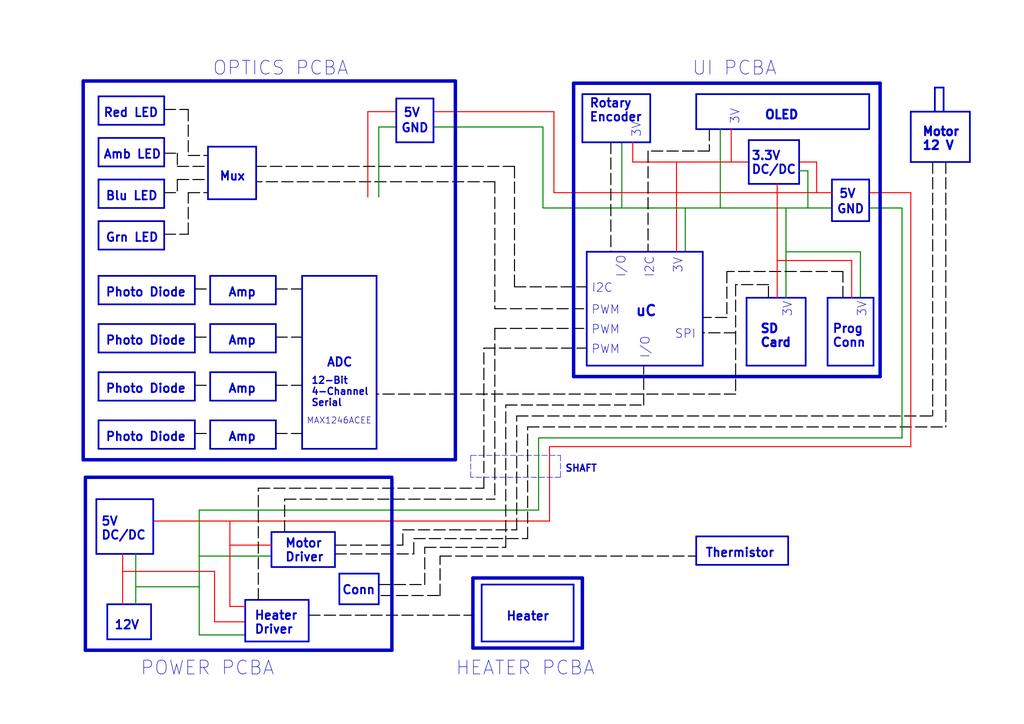
<source format=kicad_sch>
(kicad_sch
	(version 20231120)
	(generator "eeschema")
	(generator_version "8.0")
	(uuid "206eec51-5bec-4319-8668-c4b8c98b19c1")
	(paper "A4")
	(lib_symbols)
	(polyline
		(pts
			(xy 98.425 175.26) (xy 98.425 166.37)
		)
		(stroke
			(width 0.5)
			(type solid)
		)
		(uuid "017da3b6-81a3-42c0-8c63-d11a7b7dc32e")
	)
	(polyline
		(pts
			(xy 60.96 80.01) (xy 60.96 88.265)
		)
		(stroke
			(width 0.5)
			(type solid)
		)
		(uuid "02e43c6a-2855-4572-a8b4-d26ed50a72d6")
	)
	(polyline
		(pts
			(xy 27.94 160.655) (xy 44.45 160.655)
		)
		(stroke
			(width 0.5)
			(type solid)
		)
		(uuid "04f93285-21d6-4ba1-b795-c0b97bed2b6f")
	)
	(polyline
		(pts
			(xy 170.18 73.025) (xy 203.835 73.025)
		)
		(stroke
			(width 0.5)
			(type solid)
		)
		(uuid "08b441d9-0c85-42f1-97e0-89f7fa6d89c3")
	)
	(polyline
		(pts
			(xy 66.675 175.895) (xy 71.12 175.895)
		)
		(stroke
			(width 0.3)
			(type solid)
			(color 255 0 0 1)
		)
		(uuid "090e0038-be81-48e1-b8ce-d30b1d849003")
	)
	(polyline
		(pts
			(xy 51.435 48.26) (xy 60.325 48.26)
		)
		(stroke
			(width 0.3)
			(type dash)
			(color 0 0 0 1)
		)
		(uuid "094edec0-8df5-4b77-8d67-4120da78f3e6")
	)
	(polyline
		(pts
			(xy 208.915 37.465) (xy 208.915 60.325)
		)
		(stroke
			(width 0.3)
			(type solid)
			(color 0 132 0 1)
		)
		(uuid "09cf3431-ea85-4995-8683-7fb8e85674b9")
	)
	(polyline
		(pts
			(xy 31.115 175.26) (xy 31.115 185.42)
		)
		(stroke
			(width 0.5)
			(type solid)
		)
		(uuid "0bac1d0a-20f1-42c6-9f2d-ae9f7a19b974")
	)
	(polyline
		(pts
			(xy 166.37 24.13) (xy 166.37 109.22)
		)
		(stroke
			(width 1)
			(type solid)
		)
		(uuid "0bbccb80-be97-4c42-bd6c-6f630e9e42a9")
	)
	(polyline
		(pts
			(xy 140.335 100.965) (xy 170.18 100.965)
		)
		(stroke
			(width 0.3)
			(type dash)
			(color 0 0 0 1)
		)
		(uuid "0ce1b266-9211-4ab4-9c62-07da2be3dc43")
	)
	(polyline
		(pts
			(xy 146.685 158.75) (xy 146.685 117.475)
		)
		(stroke
			(width 0.3)
			(type dash)
			(color 0 0 0 1)
		)
		(uuid "0d41e594-d8e8-4e35-bd6d-5726cca4168e")
	)
	(polyline
		(pts
			(xy 233.68 106.045) (xy 216.535 106.045)
		)
		(stroke
			(width 0.5)
			(type solid)
		)
		(uuid "0e226f87-a0c1-4000-9bcb-9c956f18e05a")
	)
	(polyline
		(pts
			(xy 159.385 129.54) (xy 159.385 151.13)
		)
		(stroke
			(width 0.3)
			(type solid)
			(color 255 0 0 1)
		)
		(uuid "0edab9d9-0386-4bdf-be66-e062a7305506")
	)
	(polyline
		(pts
			(xy 60.96 107.95) (xy 60.96 116.205)
		)
		(stroke
			(width 0.5)
			(type solid)
		)
		(uuid "0f2f978e-cd13-42a7-9cbb-b2c8893bcc02")
	)
	(polyline
		(pts
			(xy 62.23 165.735) (xy 62.23 180.34)
		)
		(stroke
			(width 0.3)
			(type solid)
			(color 255 0 0 1)
		)
		(uuid "1033726f-af71-4f46-9282-cd633b0b05b0")
	)
	(polyline
		(pts
			(xy 127.635 172.72) (xy 127.635 161.29)
		)
		(stroke
			(width 0.3)
			(type dash)
			(color 0 0 0 1)
		)
		(uuid "10cc9103-adf4-4ef6-9c9c-ba385db2070e")
	)
	(polyline
		(pts
			(xy 123.19 158.75) (xy 146.685 158.75)
		)
		(stroke
			(width 0.3)
			(type dash)
			(color 0 0 0 1)
		)
		(uuid "11ea928a-1b5b-471b-b748-8672a47308ea")
	)
	(polyline
		(pts
			(xy 203.835 106.045) (xy 203.835 73.025)
		)
		(stroke
			(width 0.5)
			(type solid)
		)
		(uuid "131091c3-56d1-453a-9d3a-f0e70a92caf6")
	)
	(polyline
		(pts
			(xy 60.96 107.95) (xy 80.01 107.95)
		)
		(stroke
			(width 0.5)
			(type solid)
		)
		(uuid "1335e085-9929-4c2a-bce9-81331398acfe")
	)
	(polyline
		(pts
			(xy 149.225 83.185) (xy 170.18 83.185)
		)
		(stroke
			(width 0.3)
			(type dash)
			(color 0 0 0 1)
		)
		(uuid "137cc3f7-9a3f-4c46-b110-45272e82bba2")
	)
	(polyline
		(pts
			(xy 255.27 24.13) (xy 166.37 24.13)
		)
		(stroke
			(width 1)
			(type solid)
		)
		(uuid "13d8277c-55e8-43d8-8d4e-a2f396466437")
	)
	(polyline
		(pts
			(xy 149.86 120.65) (xy 270.51 120.65)
		)
		(stroke
			(width 0.3)
			(type dash)
			(color 0 0 0 1)
		)
		(uuid "15d999d8-4c16-4d73-b6b2-4f614eb78e17")
	)
	(polyline
		(pts
			(xy 216.535 86.36) (xy 233.68 86.36)
		)
		(stroke
			(width 0.5)
			(type solid)
		)
		(uuid "1686c2a6-9924-49cf-b182-fa049ba7f8f1")
	)
	(polyline
		(pts
			(xy 56.515 111.76) (xy 60.96 111.76)
		)
		(stroke
			(width 0.3)
			(type dash)
			(color 0 0 0 1)
		)
		(uuid "1b128627-f39e-4be4-a3ae-cc0dc02c4921")
	)
	(polyline
		(pts
			(xy 28.575 40.005) (xy 28.575 48.26)
		)
		(stroke
			(width 0.5)
			(type solid)
		)
		(uuid "1b3ca6ac-0aa7-4f92-bcbf-da950a82259b")
	)
	(polyline
		(pts
			(xy 188.595 41.275) (xy 168.91 41.275)
		)
		(stroke
			(width 0.5)
			(type solid)
		)
		(uuid "1b9361c0-eb49-4fdb-99c8-743af09d5f26")
	)
	(polyline
		(pts
			(xy 186.69 117.475) (xy 186.69 106.045)
		)
		(stroke
			(width 0.3)
			(type dash)
			(color 0 0 0 1)
		)
		(uuid "1d0388a8-8436-4edc-894f-0662b64da0e8")
	)
	(polyline
		(pts
			(xy 24.765 188.595) (xy 24.765 139.065)
		)
		(stroke
			(width 1)
			(type solid)
		)
		(uuid "1d4f8355-09fd-4828-81e6-80e9f1f6308e")
	)
	(polyline
		(pts
			(xy 47.625 55.88) (xy 51.435 55.88)
		)
		(stroke
			(width 0.3)
			(type dash)
			(color 0 0 0 1)
		)
		(uuid "1e3d5377-e7d5-40f3-8754-fad9fdd55f0a")
	)
	(polyline
		(pts
			(xy 39.37 170.18) (xy 57.785 170.18)
		)
		(stroke
			(width 0.3)
			(type solid)
			(color 0 132 0 1)
		)
		(uuid "1ea379cb-f159-47a7-892b-96ef96cea7ed")
	)
	(polyline
		(pts
			(xy 213.36 96.52) (xy 203.835 96.52)
		)
		(stroke
			(width 0.3)
			(type dash)
			(color 0 0 0 1)
		)
		(uuid "1f0ba860-1d64-42ea-bb6b-7a8eb63901ae")
	)
	(polyline
		(pts
			(xy 201.93 37.465) (xy 252.095 37.465)
		)
		(stroke
			(width 0.5)
			(type solid)
		)
		(uuid "1f2f4a21-40fe-438d-b12b-19dc0bc91500")
	)
	(polyline
		(pts
			(xy 231.775 53.34) (xy 217.17 53.34)
		)
		(stroke
			(width 0.5)
			(type solid)
		)
		(uuid "209ba1c4-8449-4ce2-a7c5-8100c6e84da0")
	)
	(polyline
		(pts
			(xy 137.16 167.64) (xy 168.91 167.64)
		)
		(stroke
			(width 1)
			(type solid)
		)
		(uuid "2104690e-6344-4801-80b3-b6e412d9a17e")
	)
	(polyline
		(pts
			(xy 247.015 75.565) (xy 247.015 86.36)
		)
		(stroke
			(width 0.3)
			(type solid)
			(color 255 0 0 1)
		)
		(uuid "211ea368-11b5-4dd5-a78f-06ca803900cf")
	)
	(polyline
		(pts
			(xy 28.575 40.005) (xy 47.625 40.005)
		)
		(stroke
			(width 0.5)
			(type solid)
		)
		(uuid "22739225-596b-4f4a-a1cd-0a401f647d66")
	)
	(polyline
		(pts
			(xy 255.27 109.22) (xy 255.27 24.13)
		)
		(stroke
			(width 1)
			(type solid)
		)
		(uuid "250e26ef-8427-42ae-a248-681462176b35")
	)
	(polyline
		(pts
			(xy 281.305 46.99) (xy 281.305 32.385)
		)
		(stroke
			(width 0.5)
			(type solid)
			(color 0 0 194 1)
		)
		(uuid "252e3fe7-fc34-4eaa-9e3d-0a84de586117")
	)
	(polyline
		(pts
			(xy 109.855 175.26) (xy 98.425 175.26)
		)
		(stroke
			(width 0.5)
			(type solid)
		)
		(uuid "25d4d497-cd2c-4a8a-8928-1e3d2e9bb9ef")
	)
	(polyline
		(pts
			(xy 216.535 106.045) (xy 216.535 86.36)
		)
		(stroke
			(width 0.5)
			(type solid)
		)
		(uuid "282067aa-84cf-45a8-a42b-599bb0511cf3")
	)
	(polyline
		(pts
			(xy 261.62 60.325) (xy 261.62 127)
		)
		(stroke
			(width 0.3)
			(type solid)
			(color 0 132 0 1)
		)
		(uuid "28c9eb4a-d6ec-4c30-ac41-97fe162fac44")
	)
	(polyline
		(pts
			(xy 162.56 138.43) (xy 136.525 138.43)
		)
		(stroke
			(width 0)
			(type dash)
		)
		(uuid "2be38e11-ba34-4860-b867-8cc652017ff2")
	)
	(polyline
		(pts
			(xy 225.425 75.565) (xy 247.015 75.565)
		)
		(stroke
			(width 0.3)
			(type solid)
			(color 255 0 0 1)
		)
		(uuid "2c15b37f-37e2-473e-a2b7-69950abbfc36")
	)
	(polyline
		(pts
			(xy 166.37 109.22) (xy 255.27 109.22)
		)
		(stroke
			(width 1)
			(type solid)
		)
		(uuid "2c6f800b-e95a-4bf6-9f94-a049e1903888")
	)
	(polyline
		(pts
			(xy 225.425 53.34) (xy 225.425 86.36)
		)
		(stroke
			(width 0.3)
			(type solid)
			(color 255 0 0 1)
		)
		(uuid "2cd0aa62-00bb-4fb8-a6c8-e62335e038ee")
	)
	(polyline
		(pts
			(xy 116.84 158.115) (xy 116.84 153.67)
		)
		(stroke
			(width 0.3)
			(type dash)
			(color 0 0 0 1)
		)
		(uuid "2d3c8fbd-2ea0-441a-8033-0ee96575d48e")
	)
	(polyline
		(pts
			(xy 210.82 92.075) (xy 203.835 92.075)
		)
		(stroke
			(width 0.3)
			(type dash)
			(color 0 0 0 1)
		)
		(uuid "2e87386f-06bb-42da-aeb6-87446776fd1d")
	)
	(polyline
		(pts
			(xy 80.01 125.73) (xy 87.63 125.73)
		)
		(stroke
			(width 0.3)
			(type dash)
			(color 0 0 0 1)
		)
		(uuid "2eae8403-b9e5-4471-84b9-b00525476890")
	)
	(polyline
		(pts
			(xy 44.45 144.78) (xy 44.45 160.655)
		)
		(stroke
			(width 0.5)
			(type solid)
		)
		(uuid "2efb681c-89d3-410e-b8f9-f78c5766e53a")
	)
	(polyline
		(pts
			(xy 87.63 80.01) (xy 109.22 80.01)
		)
		(stroke
			(width 0.5)
			(type solid)
		)
		(uuid "3004ff1d-3243-4b8c-9b3f-31272c18d196")
	)
	(polyline
		(pts
			(xy 139.7 169.545) (xy 166.37 169.545)
		)
		(stroke
			(width 0.5)
			(type solid)
		)
		(uuid "30a5e45b-71e0-4a8d-b110-1c3a348e005e")
	)
	(polyline
		(pts
			(xy 39.37 160.655) (xy 39.37 175.26)
		)
		(stroke
			(width 0.3)
			(type solid)
			(color 0 132 0 1)
		)
		(uuid "3128dad5-1f2d-495f-a47d-775de41162cf")
	)
	(polyline
		(pts
			(xy 273.685 25.4) (xy 271.145 25.4)
		)
		(stroke
			(width 0.5)
			(type solid)
			(color 0 0 194 1)
		)
		(uuid "31ecfb50-7d0d-4f5d-9684-37105bb4c648")
	)
	(polyline
		(pts
			(xy 205.74 37.465) (xy 205.74 43.815)
		)
		(stroke
			(width 0.3)
			(type dash)
			(color 0 0 0 1)
		)
		(uuid "32105ddc-78ae-4f79-86c6-c5d09172f0f2")
	)
	(polyline
		(pts
			(xy 109.855 36.83) (xy 114.935 36.83)
		)
		(stroke
			(width 0.3)
			(type solid)
			(color 0 132 0 1)
		)
		(uuid "32a3bf61-2218-4261-ad46-74d25f54e26c")
	)
	(polyline
		(pts
			(xy 39.37 175.26) (xy 39.37 175.26)
		)
		(stroke
			(width 0.3)
			(type solid)
			(color 0 132 0 1)
		)
		(uuid "3355709a-467e-4a6f-b5da-1efaec7720c4")
	)
	(polyline
		(pts
			(xy 60.96 93.98) (xy 60.96 102.235)
		)
		(stroke
			(width 0.5)
			(type solid)
		)
		(uuid "34da741b-c41b-4d39-b638-f5448db2603b")
	)
	(polyline
		(pts
			(xy 139.7 176.53) (xy 139.7 177.165)
		)
		(stroke
			(width 0)
			(type dash)
		)
		(uuid "36666704-a0f9-4ac4-aaa0-c37cf6727bcc")
	)
	(polyline
		(pts
			(xy 157.48 60.325) (xy 241.3 60.325)
		)
		(stroke
			(width 0.3)
			(type solid)
			(color 0 132 0 1)
		)
		(uuid "3870edc0-d91d-4e09-acd4-a35d4e7935b7")
	)
	(polyline
		(pts
			(xy 252.095 64.135) (xy 252.095 52.07)
		)
		(stroke
			(width 0.5)
			(type solid)
			(color 0 0 194 1)
		)
		(uuid "387e88d5-12f7-4406-9187-6916bec744b1")
	)
	(polyline
		(pts
			(xy 123.19 169.545) (xy 123.19 158.75)
		)
		(stroke
			(width 0.3)
			(type dash)
			(color 0 0 0 1)
		)
		(uuid "3a7ac7bf-06b5-4362-9279-85f1a1e88041")
	)
	(polyline
		(pts
			(xy 143.51 52.705) (xy 74.295 52.705)
		)
		(stroke
			(width 0.3)
			(type dash)
			(color 0 0 0 1)
		)
		(uuid "3b9ba609-eb54-4a2f-9212-d5bb65426af8")
	)
	(polyline
		(pts
			(xy 132.08 23.495) (xy 132.08 133.35)
		)
		(stroke
			(width 1)
			(type solid)
		)
		(uuid "3c142eab-f5d9-4cfc-8c4d-5bdcb61349af")
	)
	(polyline
		(pts
			(xy 241.3 52.07) (xy 252.095 52.07)
		)
		(stroke
			(width 0.5)
			(type solid)
			(color 0 0 194 1)
		)
		(uuid "3d6eb896-c271-4c2d-ac60-859fdb70aacf")
	)
	(polyline
		(pts
			(xy 35.56 165.735) (xy 62.23 165.735)
		)
		(stroke
			(width 0.3)
			(type solid)
			(color 255 0 0 1)
		)
		(uuid "3e3ebfc7-ffe2-43fb-a26e-f68e115d6d5b")
	)
	(polyline
		(pts
			(xy 137.16 167.64) (xy 137.16 187.96)
		)
		(stroke
			(width 1)
			(type solid)
		)
		(uuid "3fd8ee73-11b9-4862-8f1d-8967b1ca1af4")
	)
	(polyline
		(pts
			(xy 56.515 121.92) (xy 56.515 130.175)
		)
		(stroke
			(width 0.5)
			(type solid)
		)
		(uuid "3fe7d86f-b313-42e5-8ecf-2ec1bdcd48cd")
	)
	(polyline
		(pts
			(xy 136.525 132.08) (xy 162.56 132.08)
		)
		(stroke
			(width 0)
			(type dash)
		)
		(uuid "3ff249f4-b12b-4efe-a8ba-52cfac07bd1d")
	)
	(polyline
		(pts
			(xy 210.82 78.74) (xy 210.82 92.075)
		)
		(stroke
			(width 0.3)
			(type dash)
			(color 0 0 0 1)
		)
		(uuid "41732187-d3a6-4ba8-ba8b-6c9dea4c5ca9")
	)
	(polyline
		(pts
			(xy 31.115 185.42) (xy 43.815 185.42)
		)
		(stroke
			(width 0.5)
			(type solid)
		)
		(uuid "41b0e940-a5d7-4474-a263-125fb6bbddad")
	)
	(polyline
		(pts
			(xy 180.34 41.275) (xy 180.34 60.325)
		)
		(stroke
			(width 0.3)
			(type solid)
			(color 0 132 0 1)
		)
		(uuid "41d9e56b-f859-40dd-af6b-9b8e45feef00")
	)
	(polyline
		(pts
			(xy 120.015 160.655) (xy 120.015 156.21)
		)
		(stroke
			(width 0.3)
			(type dash)
			(color 0 0 0 1)
		)
		(uuid "44c08e44-9237-4403-9fb5-d4de3e27d005")
	)
	(polyline
		(pts
			(xy 28.575 27.94) (xy 47.625 27.94)
		)
		(stroke
			(width 0.5)
			(type solid)
		)
		(uuid "46faa16a-216b-4d79-9636-56b41b9e75df")
	)
	(polyline
		(pts
			(xy 60.96 121.92) (xy 80.01 121.92)
		)
		(stroke
			(width 0.5)
			(type solid)
		)
		(uuid "47cb84fb-0c38-41d1-bb27-800f9ca3e94c")
	)
	(polyline
		(pts
			(xy 28.575 80.01) (xy 28.575 88.265)
		)
		(stroke
			(width 0.5)
			(type solid)
		)
		(uuid "47cf9087-6638-4aa0-b621-5e63138d7e6c")
	)
	(polyline
		(pts
			(xy 168.91 167.64) (xy 168.91 187.96)
		)
		(stroke
			(width 1)
			(type solid)
		)
		(uuid "47f38da5-8d6b-40c0-b7b6-6868bc0790ee")
	)
	(polyline
		(pts
			(xy 98.425 166.37) (xy 109.855 166.37)
		)
		(stroke
			(width 0.5)
			(type solid)
		)
		(uuid "48a39947-185b-44c1-a0a8-a0cac0650c5f")
	)
	(polyline
		(pts
			(xy 201.93 27.305) (xy 201.93 37.465)
		)
		(stroke
			(width 0.5)
			(type solid)
		)
		(uuid "48e383e0-c904-4474-8b37-e14a25ea6afd")
	)
	(polyline
		(pts
			(xy 47.625 67.945) (xy 54.61 67.945)
		)
		(stroke
			(width 0.3)
			(type dash)
			(color 0 0 0 1)
		)
		(uuid "490e3999-77b5-45a7-adc1-b5442c85b6e4")
	)
	(polyline
		(pts
			(xy 71.12 173.99) (xy 89.535 173.99)
		)
		(stroke
			(width 0.5)
			(type solid)
		)
		(uuid "499b0f75-1321-46bf-a106-27dfab725d3c")
	)
	(polyline
		(pts
			(xy 47.625 72.39) (xy 28.575 72.39)
		)
		(stroke
			(width 0.5)
			(type solid)
		)
		(uuid "4a3cb0cb-3dcb-4992-8e45-cad8204cba99")
	)
	(polyline
		(pts
			(xy 149.225 48.26) (xy 149.225 83.185)
		)
		(stroke
			(width 0.3)
			(type dash)
			(color 0 0 0 1)
		)
		(uuid "4a7d554f-9cb0-4c1b-80d1-f9fdfbc649ff")
	)
	(polyline
		(pts
			(xy 43.815 185.42) (xy 43.815 175.26)
		)
		(stroke
			(width 0.5)
			(type solid)
		)
		(uuid "4a99ee7c-7c9c-48a9-8d70-b077993e5326")
	)
	(polyline
		(pts
			(xy 156.21 127) (xy 156.21 147.955)
		)
		(stroke
			(width 0.3)
			(type solid)
			(color 0 132 0 1)
		)
		(uuid "4d4ec731-799e-4988-abcc-793bcb47a7c2")
	)
	(polyline
		(pts
			(xy 241.3 64.135) (xy 252.095 64.135)
		)
		(stroke
			(width 0.5)
			(type solid)
			(color 0 0 194 1)
		)
		(uuid "4dedaf4a-ede8-418a-b1a4-ac58e49450e2")
	)
	(polyline
		(pts
			(xy 97.155 160.655) (xy 120.015 160.655)
		)
		(stroke
			(width 0.3)
			(type dash)
			(color 0 0 0 1)
		)
		(uuid "4eba8b46-e98a-4850-a161-9030110921c8")
	)
	(polyline
		(pts
			(xy 80.01 88.265) (xy 80.01 80.01)
		)
		(stroke
			(width 0.5)
			(type solid)
		)
		(uuid "4fb9806c-92fd-4ec5-bf0e-804c505c6cba")
	)
	(polyline
		(pts
			(xy 60.325 42.545) (xy 74.295 42.545)
		)
		(stroke
			(width 0.5)
			(type solid)
		)
		(uuid "50001267-94d1-45b9-8ef1-9aecd86af09a")
	)
	(polyline
		(pts
			(xy 168.91 187.96) (xy 137.16 187.96)
		)
		(stroke
			(width 1)
			(type solid)
		)
		(uuid "51e51700-a25a-4b8b-a5e0-b8808bf0bb3a")
	)
	(polyline
		(pts
			(xy 71.12 173.99) (xy 71.12 186.055)
		)
		(stroke
			(width 0.5)
			(type solid)
		)
		(uuid "51ef77ef-0a4c-4052-9b67-db2c435b696e")
	)
	(polyline
		(pts
			(xy 28.575 27.94) (xy 28.575 36.195)
		)
		(stroke
			(width 0.5)
			(type solid)
		)
		(uuid "554057a4-bd96-4eed-bb69-a9078566b895")
	)
	(polyline
		(pts
			(xy 80.01 97.79) (xy 87.63 97.79)
		)
		(stroke
			(width 0.3)
			(type dash)
			(color 0 0 0 1)
		)
		(uuid "55cfcad4-e3d4-4dd5-9518-e6add60d5126")
	)
	(polyline
		(pts
			(xy 143.51 52.705) (xy 143.51 89.535)
		)
		(stroke
			(width 0.3)
			(type dash)
			(color 0 0 0 1)
		)
		(uuid "57091c12-7565-4c3c-a428-818bb0c7341d")
	)
	(polyline
		(pts
			(xy 234.315 49.53) (xy 234.315 60.325)
		)
		(stroke
			(width 0.3)
			(type solid)
			(color 0 132 0 1)
		)
		(uuid "576e32df-5c67-467f-a46b-65f22d2f36aa")
	)
	(polyline
		(pts
			(xy 198.755 60.325) (xy 198.755 73.025)
		)
		(stroke
			(width 0.3)
			(type solid)
			(color 0 132 0 1)
		)
		(uuid "58562959-5c86-4b3e-9e9c-498ec2dacd15")
	)
	(polyline
		(pts
			(xy 97.155 158.115) (xy 116.84 158.115)
		)
		(stroke
			(width 0.3)
			(type dash)
			(color 0 0 0 1)
		)
		(uuid "596689a2-db87-4550-a3a1-84f667498bd1")
	)
	(polyline
		(pts
			(xy 54.61 45.085) (xy 60.325 45.085)
		)
		(stroke
			(width 0.3)
			(type dash)
			(color 0 0 0 1)
		)
		(uuid "599d3d46-6798-465f-8c3a-b5d1acbd9c63")
	)
	(polyline
		(pts
			(xy 56.515 93.98) (xy 56.515 102.235)
		)
		(stroke
			(width 0.5)
			(type solid)
		)
		(uuid "5b0d761d-d333-411c-a4e3-c3ae5009a691")
	)
	(polyline
		(pts
			(xy 97.155 154.305) (xy 97.155 164.465)
		)
		(stroke
			(width 0.5)
			(type solid)
		)
		(uuid "5b9099ec-7863-4bd6-af7c-059c0cab5126")
	)
	(polyline
		(pts
			(xy 157.48 36.83) (xy 157.48 60.325)
		)
		(stroke
			(width 0.3)
			(type solid)
			(color 0 132 0 1)
		)
		(uuid "5c99731b-eb09-49a6-8111-f25d9ea8e148")
	)
	(polyline
		(pts
			(xy 143.51 95.25) (xy 170.18 95.25)
		)
		(stroke
			(width 0.3)
			(type dash)
			(color 0 0 0 1)
		)
		(uuid "5ce035a4-0fd7-4d90-93a8-1876645171bf")
	)
	(polyline
		(pts
			(xy 264.16 55.88) (xy 264.16 129.54)
		)
		(stroke
			(width 0.3)
			(type solid)
			(color 255 0 0 1)
		)
		(uuid "5f442efc-9b9f-4438-8b50-44da4c0d56db")
	)
	(polyline
		(pts
			(xy 54.61 55.88) (xy 60.325 55.88)
		)
		(stroke
			(width 0.3)
			(type dash)
			(color 0 0 0 1)
		)
		(uuid "5f84ff8b-3cd9-4eaf-a802-dd2144642439")
	)
	(polyline
		(pts
			(xy 253.365 106.045) (xy 240.03 106.045)
		)
		(stroke
			(width 0.5)
			(type solid)
		)
		(uuid "5ff72a7d-add8-4dac-ab6e-f233819909e3")
	)
	(polyline
		(pts
			(xy 109.22 130.175) (xy 109.22 80.01)
		)
		(stroke
			(width 0.5)
			(type solid)
		)
		(uuid "60ea72de-a34b-442d-b7a9-f216e5b8d0cb")
	)
	(polyline
		(pts
			(xy 57.785 161.29) (xy 78.74 161.29)
		)
		(stroke
			(width 0.3)
			(type solid)
			(color 0 132 0 1)
		)
		(uuid "64c64605-4cd4-4b5e-bc7e-3eeed3dfc59b")
	)
	(polyline
		(pts
			(xy 60.96 80.01) (xy 80.01 80.01)
		)
		(stroke
			(width 0.5)
			(type solid)
		)
		(uuid "65dc8301-c7c7-4b29-afc8-8b7902c20be7")
	)
	(polyline
		(pts
			(xy 168.91 27.305) (xy 188.595 27.305)
		)
		(stroke
			(width 0.5)
			(type solid)
		)
		(uuid "7006061b-fcd3-4355-bf6e-3cd8f6679dcf")
	)
	(polyline
		(pts
			(xy 35.56 160.655) (xy 35.56 175.26)
		)
		(stroke
			(width 0.3)
			(type solid)
			(color 255 0 0 1)
		)
		(uuid "704f6909-95dc-446f-8185-46f38bb54eaa")
	)
	(polyline
		(pts
			(xy 264.16 46.99) (xy 281.305 46.99)
		)
		(stroke
			(width 0.5)
			(type solid)
			(color 0 0 194 1)
		)
		(uuid "70a98d56-9286-4223-991e-59c0b3c9ea47")
	)
	(polyline
		(pts
			(xy 74.93 173.99) (xy 74.93 141.605)
		)
		(stroke
			(width 0.3)
			(type dash)
			(color 0 0 0 1)
		)
		(uuid "71027f4c-31a8-4ab9-b816-5a9da1119d35")
	)
	(polyline
		(pts
			(xy 114.935 41.275) (xy 125.73 41.275)
		)
		(stroke
			(width 0.5)
			(type solid)
			(color 0 0 194 1)
		)
		(uuid "722d1684-3971-465a-9ee9-33309186a6b4")
	)
	(polyline
		(pts
			(xy 170.18 73.025) (xy 170.18 106.045)
		)
		(stroke
			(width 0.5)
			(type solid)
		)
		(uuid "72ec9d96-e81e-413c-bdc4-e860936fba97")
	)
	(polyline
		(pts
			(xy 252.095 55.88) (xy 264.16 55.88)
		)
		(stroke
			(width 0.3)
			(type solid)
			(color 255 0 0 1)
		)
		(uuid "72f9dbc1-f453-408a-ab4d-9f129aa25925")
	)
	(polyline
		(pts
			(xy 27.94 144.78) (xy 44.45 144.78)
		)
		(stroke
			(width 0.5)
			(type solid)
		)
		(uuid "752772ee-7b54-4119-b586-31c980a93b51")
	)
	(polyline
		(pts
			(xy 236.22 55.88) (xy 241.3 55.88)
		)
		(stroke
			(width 0.3)
			(type solid)
			(color 255 0 0 1)
		)
		(uuid "75968a3f-68cd-408f-a2a7-0affd3c838ee")
	)
	(polyline
		(pts
			(xy 51.435 52.07) (xy 60.325 52.07)
		)
		(stroke
			(width 0.3)
			(type dash)
			(color 0 0 0 1)
		)
		(uuid "76251e2a-a3c6-4c63-a7a2-f0aecd69b20d")
	)
	(polyline
		(pts
			(xy 47.625 40.005) (xy 47.625 48.26)
		)
		(stroke
			(width 0.5)
			(type solid)
		)
		(uuid "776ff2e8-7363-4b25-a545-d1b0158d8304")
	)
	(polyline
		(pts
			(xy 80.01 116.205) (xy 80.01 107.95)
		)
		(stroke
			(width 0.5)
			(type solid)
		)
		(uuid "78a711ab-bb6a-4689-bab7-9555bd87784c")
	)
	(polyline
		(pts
			(xy 54.61 31.75) (xy 54.61 45.085)
		)
		(stroke
			(width 0.3)
			(type dash)
			(color 0 0 0 1)
		)
		(uuid "78e1d5a5-8c0c-4e8e-89f7-3e44ab6f4f81")
	)
	(polyline
		(pts
			(xy 201.93 155.575) (xy 201.93 163.83)
		)
		(stroke
			(width 0.5)
			(type solid)
		)
		(uuid "7a1601b6-ed31-481a-9876-c2bdbccc86db")
	)
	(polyline
		(pts
			(xy 233.68 86.36) (xy 233.68 106.045)
		)
		(stroke
			(width 0.5)
			(type solid)
		)
		(uuid "7ad63c8d-7404-48d5-8ab5-f3a6317b847a")
	)
	(polyline
		(pts
			(xy 28.575 93.98) (xy 28.575 102.235)
		)
		(stroke
			(width 0.5)
			(type solid)
		)
		(uuid "7bf86397-c906-4e19-9081-c695358384af")
	)
	(polyline
		(pts
			(xy 109.855 166.37) (xy 109.855 175.26)
		)
		(stroke
			(width 0.5)
			(type solid)
		)
		(uuid "7c5ee8a4-dbde-4f67-8f71-81bea0222856")
	)
	(polyline
		(pts
			(xy 57.785 170.18) (xy 57.785 184.15)
		)
		(stroke
			(width 0.3)
			(type solid)
			(color 0 132 0 1)
		)
		(uuid "7cb0f783-7b7f-46e4-8b3f-00df12c18a03")
	)
	(polyline
		(pts
			(xy 62.23 180.34) (xy 71.12 180.34)
		)
		(stroke
			(width 0.3)
			(type solid)
			(color 255 0 0 1)
		)
		(uuid "7dc0063b-53a1-4280-9a4f-17535a867f3f")
	)
	(polyline
		(pts
			(xy 60.96 121.92) (xy 60.96 130.175)
		)
		(stroke
			(width 0.5)
			(type solid)
		)
		(uuid "7fd3d480-7227-4f29-8986-985dc75eeb64")
	)
	(polyline
		(pts
			(xy 47.625 27.94) (xy 47.625 36.195)
		)
		(stroke
			(width 0.5)
			(type solid)
		)
		(uuid "8160abaf-252c-4dd3-910c-34fe91c04bb0")
	)
	(polyline
		(pts
			(xy 240.03 86.36) (xy 240.03 106.045)
		)
		(stroke
			(width 0.5)
			(type solid)
		)
		(uuid "834ae55b-8066-4a4d-924d-d8c0e0012e91")
	)
	(polyline
		(pts
			(xy 205.74 43.815) (xy 187.96 43.815)
		)
		(stroke
			(width 0.3)
			(type dash)
			(color 0 0 0 1)
		)
		(uuid "834f5358-62f0-48d2-a3e8-2764baafc8e3")
	)
	(polyline
		(pts
			(xy 57.785 184.15) (xy 71.12 184.15)
		)
		(stroke
			(width 0.3)
			(type solid)
			(color 0 132 0 1)
		)
		(uuid "83ee9de3-53ee-49b9-9fee-ff47472b0d4b")
	)
	(polyline
		(pts
			(xy 28.575 52.07) (xy 28.575 60.325)
		)
		(stroke
			(width 0.5)
			(type solid)
		)
		(uuid "84b75c9e-e058-41d7-86ee-e1f51cbab930")
	)
	(polyline
		(pts
			(xy 28.575 121.92) (xy 28.575 130.175)
		)
		(stroke
			(width 0.5)
			(type solid)
		)
		(uuid "86a65ea7-8d65-45c6-acef-9f54018c6f4b")
	)
	(polyline
		(pts
			(xy 56.515 107.95) (xy 56.515 116.205)
		)
		(stroke
			(width 0.5)
			(type solid)
		)
		(uuid "8a4eaddd-af74-4de9-a3c4-03565c270d74")
	)
	(polyline
		(pts
			(xy 120.015 156.21) (xy 153.035 156.21)
		)
		(stroke
			(width 0.3)
			(type dash)
			(color 0 0 0 1)
		)
		(uuid "8b59ebc3-ac04-41d6-8ab9-1190a90bd236")
	)
	(polyline
		(pts
			(xy 125.73 41.275) (xy 125.73 28.575)
		)
		(stroke
			(width 0.5)
			(type solid)
			(color 0 0 194 1)
		)
		(uuid "8d218229-0d57-4af6-9979-8174a2d79f57")
	)
	(polyline
		(pts
			(xy 249.555 73.025) (xy 249.555 86.36)
		)
		(stroke
			(width 0.3)
			(type solid)
			(color 0 132 0 1)
		)
		(uuid "8e49a890-af4f-45e7-bd68-b59a81369728")
	)
	(polyline
		(pts
			(xy 212.09 37.465) (xy 212.09 46.99)
		)
		(stroke
			(width 0.3)
			(type solid)
			(color 255 0 0 1)
		)
		(uuid "8e4ff831-9172-401b-9cb2-e7be12b858b6")
	)
	(polyline
		(pts
			(xy 56.515 83.82) (xy 60.96 83.82)
		)
		(stroke
			(width 0.3)
			(type dash)
			(color 0 0 0 1)
		)
		(uuid "8f0a90bd-a796-42e2-9c9c-4379e04b628e")
	)
	(polyline
		(pts
			(xy 80.01 111.76) (xy 87.63 111.76)
		)
		(stroke
			(width 0.3)
			(type dash)
			(color 0 0 0 1)
		)
		(uuid "8f6ce9d5-3fa0-4e47-a576-7e8c61f2eea3")
	)
	(polyline
		(pts
			(xy 31.115 175.26) (xy 43.815 175.26)
		)
		(stroke
			(width 0.5)
			(type solid)
		)
		(uuid "908e97de-ee99-4a20-9937-945cfb1450a8")
	)
	(polyline
		(pts
			(xy 66.675 158.115) (xy 78.74 158.115)
		)
		(stroke
			(width 0.3)
			(type solid)
			(color 255 0 0 1)
		)
		(uuid "90ba58c0-bb86-40e1-a3eb-4c6438e0a945")
	)
	(polyline
		(pts
			(xy 54.61 67.945) (xy 54.61 55.88)
		)
		(stroke
			(width 0.3)
			(type dash)
			(color 0 0 0 1)
		)
		(uuid "91fa4edb-613f-4af4-a575-d44b26fefdd2")
	)
	(polyline
		(pts
			(xy 110.49 172.72) (xy 127.635 172.72)
		)
		(stroke
			(width 0.3)
			(type dash)
			(color 0 0 0 1)
		)
		(uuid "92577058-9e42-4c91-b066-0f358eae6e85")
	)
	(polyline
		(pts
			(xy 78.74 154.305) (xy 78.74 164.465)
		)
		(stroke
			(width 0.5)
			(type solid)
		)
		(uuid "93b2c9a9-dc5f-40c8-b200-4056dad39463")
	)
	(polyline
		(pts
			(xy 28.575 80.01) (xy 56.515 80.01)
		)
		(stroke
			(width 0.5)
			(type solid)
		)
		(uuid "93efb1d0-4d3f-4cac-bbc4-ce7912a7482f")
	)
	(polyline
		(pts
			(xy 44.45 151.13) (xy 159.385 151.13)
		)
		(stroke
			(width 0.3)
			(type solid)
			(color 255 0 0 1)
		)
		(uuid "944cbf4c-07cf-4e91-a20f-39c3bc470d5f")
	)
	(polyline
		(pts
			(xy 149.86 153.67) (xy 149.86 120.65)
		)
		(stroke
			(width 0.3)
			(type dash)
			(color 0 0 0 1)
		)
		(uuid "94d9fe7f-b9f1-46fc-b87c-ce38087bfd78")
	)
	(polyline
		(pts
			(xy 24.765 188.595) (xy 113.665 188.595)
		)
		(stroke
			(width 1)
			(type solid)
		)
		(uuid "95a2dace-e27e-4fcc-aa01-31cd0391409f")
	)
	(polyline
		(pts
			(xy 125.73 36.83) (xy 157.48 36.83)
		)
		(stroke
			(width 0.3)
			(type solid)
			(color 0 132 0 1)
		)
		(uuid "9638d816-4307-4984-a4aa-efe734fe4f3b")
	)
	(polyline
		(pts
			(xy 56.515 116.205) (xy 28.575 116.205)
		)
		(stroke
			(width 0.5)
			(type solid)
		)
		(uuid "96b52baf-6a24-4ea1-acff-f26573027e22")
	)
	(polyline
		(pts
			(xy 170.18 106.045) (xy 203.835 106.045)
		)
		(stroke
			(width 0.5)
			(type solid)
		)
		(uuid "971f9529-837b-4885-b12a-e3735f5c33ef")
	)
	(polyline
		(pts
			(xy 201.93 155.575) (xy 228.6 155.575)
		)
		(stroke
			(width 0.5)
			(type solid)
		)
		(uuid "9751697f-93be-47b4-b7ba-3a3ab7782171")
	)
	(polyline
		(pts
			(xy 231.775 49.53) (xy 234.315 49.53)
		)
		(stroke
			(width 0.3)
			(type solid)
			(color 0 132 0 1)
		)
		(uuid "98182b80-c5fb-4277-b92d-6de6f8f4fb74")
	)
	(polyline
		(pts
			(xy 252.095 27.305) (xy 201.93 27.305)
		)
		(stroke
			(width 0.5)
			(type solid)
		)
		(uuid "98b00de6-236d-4cf8-b5f2-f99219c2f05c")
	)
	(polyline
		(pts
			(xy 240.03 86.36) (xy 253.365 86.36)
		)
		(stroke
			(width 0.5)
			(type solid)
		)
		(uuid "99b8d597-f216-42b7-a5b9-618f751cad4c")
	)
	(polyline
		(pts
			(xy 227.965 73.025) (xy 249.555 73.025)
		)
		(stroke
			(width 0.3)
			(type solid)
			(color 0 132 0 1)
		)
		(uuid "9abf9d73-3683-4f33-9cb4-fc00994493a1")
	)
	(polyline
		(pts
			(xy 80.01 130.175) (xy 80.01 121.92)
		)
		(stroke
			(width 0.5)
			(type solid)
		)
		(uuid "9de3054a-febe-4028-bcc6-71e8b1fe08f4")
	)
	(polyline
		(pts
			(xy 60.96 116.205) (xy 80.01 116.205)
		)
		(stroke
			(width 0.5)
			(type solid)
		)
		(uuid "9fa5b59e-6b70-4b1e-a78e-9427ea020317")
	)
	(polyline
		(pts
			(xy 47.625 60.325) (xy 28.575 60.325)
		)
		(stroke
			(width 0.5)
			(type solid)
		)
		(uuid "a10a4e87-dfbc-406d-a434-990869e3d037")
	)
	(polyline
		(pts
			(xy 51.435 44.45) (xy 51.435 48.26)
		)
		(stroke
			(width 0.3)
			(type dash)
			(color 0 0 0 1)
		)
		(uuid "a10b4910-a495-40e0-806b-548132420b29")
	)
	(polyline
		(pts
			(xy 162.56 132.08) (xy 162.56 138.43)
		)
		(stroke
			(width 0)
			(type dash)
		)
		(uuid "a197c2aa-3a10-4165-9500-8c69da2251d5")
	)
	(polyline
		(pts
			(xy 149.225 48.26) (xy 74.295 48.26)
		)
		(stroke
			(width 0.3)
			(type dash)
			(color 0 0 0 1)
		)
		(uuid "a2083aca-b038-4ad3-b016-7877614a4c02")
	)
	(polyline
		(pts
			(xy 66.675 151.13) (xy 66.675 158.115)
		)
		(stroke
			(width 0.3)
			(type solid)
			(color 255 0 0 1)
		)
		(uuid "a2aac051-49ac-479b-a960-9f2708397828")
	)
	(polyline
		(pts
			(xy 139.7 169.545) (xy 139.7 186.055)
		)
		(stroke
			(width 0.5)
			(type solid)
		)
		(uuid "a4d878f9-3806-4c08-9287-9ab82cefb249")
	)
	(polyline
		(pts
			(xy 231.775 46.99) (xy 236.855 46.99)
		)
		(stroke
			(width 0.3)
			(type solid)
			(color 255 0 0 1)
		)
		(uuid "a52d8136-6c29-47fd-b6ca-3912bae19f31")
	)
	(polyline
		(pts
			(xy 127.635 161.29) (xy 201.93 161.29)
		)
		(stroke
			(width 0.3)
			(type dash)
			(color 0 0 0 1)
		)
		(uuid "a55ed46f-fb28-4462-b217-7808e90c36a8")
	)
	(polyline
		(pts
			(xy 47.625 52.07) (xy 47.625 60.325)
		)
		(stroke
			(width 0.5)
			(type solid)
		)
		(uuid "a5b72a43-2e36-432d-8dfc-67e3c25653fd")
	)
	(polyline
		(pts
			(xy 47.625 48.26) (xy 28.575 48.26)
		)
		(stroke
			(width 0.5)
			(type solid)
		)
		(uuid "a5f4fa46-3e69-4816-8e5d-9a65d6396269")
	)
	(polyline
		(pts
			(xy 217.17 40.64) (xy 217.17 53.34)
		)
		(stroke
			(width 0.5)
			(type solid)
		)
		(uuid "a8a7c564-51d7-4f24-bbd7-e88581a2c16c")
	)
	(polyline
		(pts
			(xy 217.17 46.99) (xy 196.215 46.99)
		)
		(stroke
			(width 0.3)
			(type solid)
			(color 255 0 0 1)
		)
		(uuid "a8cdd7cb-2bc4-40ad-9a11-ff52cd9a51cc")
	)
	(polyline
		(pts
			(xy 187.96 43.815) (xy 187.96 73.025)
		)
		(stroke
			(width 0.3)
			(type dash)
			(color 0 0 0 1)
		)
		(uuid "a937b926-214f-42f0-a087-479202dd3c7f")
	)
	(polyline
		(pts
			(xy 153.035 156.21) (xy 153.035 123.825)
		)
		(stroke
			(width 0.3)
			(type dash)
			(color 0 0 0 1)
		)
		(uuid "a9b4fb78-5910-4cab-94de-c5e1c7bb23ac")
	)
	(polyline
		(pts
			(xy 28.575 52.07) (xy 47.625 52.07)
		)
		(stroke
			(width 0.5)
			(type solid)
		)
		(uuid "a9b72cde-85d9-444d-833b-61c9d630e89e")
	)
	(polyline
		(pts
			(xy 113.665 139.065) (xy 113.665 188.595)
		)
		(stroke
			(width 1)
			(type solid)
		)
		(uuid "a9b8aa77-138b-4565-ad95-cfef782fe7cb")
	)
	(polyline
		(pts
			(xy 24.13 23.495) (xy 24.13 133.35)
		)
		(stroke
			(width 1)
			(type solid)
		)
		(uuid "aba083b9-68bc-47e9-bc13-18321fd18e21")
	)
	(polyline
		(pts
			(xy 166.37 169.545) (xy 166.37 186.055)
		)
		(stroke
			(width 0.5)
			(type solid)
		)
		(uuid "abf2865e-33a6-48e3-a318-6fad8b263196")
	)
	(polyline
		(pts
			(xy 222.885 82.55) (xy 213.36 82.55)
		)
		(stroke
			(width 0.3)
			(type dash)
			(color 0 0 0 1)
		)
		(uuid "ac80d726-144b-4eda-8cd8-7a0991022067")
	)
	(polyline
		(pts
			(xy 166.37 186.055) (xy 139.7 186.055)
		)
		(stroke
			(width 0.5)
			(type solid)
		)
		(uuid "acb39e0b-23a1-4618-986a-0d2260c29517")
	)
	(polyline
		(pts
			(xy 213.36 96.52) (xy 213.36 114.3)
		)
		(stroke
			(width 0.3)
			(type dash)
			(color 0 0 0 1)
		)
		(uuid "adaae62b-6265-4960-b84c-bdca2d3ea0d1")
	)
	(polyline
		(pts
			(xy 97.155 164.465) (xy 78.74 164.465)
		)
		(stroke
			(width 0.5)
			(type solid)
		)
		(uuid "ae43f06a-0f5b-47c1-909c-e6acbb4e79de")
	)
	(polyline
		(pts
			(xy 71.12 186.055) (xy 89.535 186.055)
		)
		(stroke
			(width 0.5)
			(type solid)
		)
		(uuid "aec86064-cdfd-4a67-8777-1738e78ecdce")
	)
	(polyline
		(pts
			(xy 28.575 107.95) (xy 28.575 116.205)
		)
		(stroke
			(width 0.5)
			(type solid)
		)
		(uuid "b1009c55-d72d-4d61-bc15-2989ec51fd48")
	)
	(polyline
		(pts
			(xy 228.6 163.83) (xy 201.93 163.83)
		)
		(stroke
			(width 0.5)
			(type solid)
		)
		(uuid "b4b60de7-ddab-40f6-88b3-7134ce15f9e1")
	)
	(polyline
		(pts
			(xy 60.96 102.235) (xy 80.01 102.235)
		)
		(stroke
			(width 0.5)
			(type solid)
		)
		(uuid "b4d5cb4a-54e3-4fe2-8815-f06336207c5d")
	)
	(polyline
		(pts
			(xy 271.145 25.4) (xy 271.145 32.385)
		)
		(stroke
			(width 0.5)
			(type solid)
			(color 0 0 194 1)
		)
		(uuid "b5b5f1dd-623a-471f-bd6f-a8a8993be2a7")
	)
	(polyline
		(pts
			(xy 47.625 31.75) (xy 54.61 31.75)
		)
		(stroke
			(width 0.3)
			(type dash)
			(color 0 0 0 1)
		)
		(uuid "b834c19a-1161-498b-a0ca-f5680735ba06")
	)
	(polyline
		(pts
			(xy 196.215 46.99) (xy 196.215 73.025)
		)
		(stroke
			(width 0.3)
			(type solid)
			(color 255 0 0 1)
		)
		(uuid "b8cde2c4-0bdb-4bbd-93df-cb5216d8f7a9")
	)
	(polyline
		(pts
			(xy 273.685 32.385) (xy 273.685 25.4)
		)
		(stroke
			(width 0.5)
			(type solid)
			(color 0 0 194 1)
		)
		(uuid "b9b9a349-4953-4ab1-9310-ab212dc7f8f5")
	)
	(polyline
		(pts
			(xy 183.515 46.99) (xy 196.215 46.99)
		)
		(stroke
			(width 0.3)
			(type solid)
			(color 255 0 0 1)
		)
		(uuid "b9be4a30-f406-47c1-9bb9-8a3bd9237398")
	)
	(polyline
		(pts
			(xy 51.435 52.07) (xy 51.435 55.88)
		)
		(stroke
			(width 0.3)
			(type dash)
			(color 0 0 0 1)
		)
		(uuid "baf3e9be-cd11-4cdb-b14b-a13a3569a26b")
	)
	(polyline
		(pts
			(xy 82.55 154.305) (xy 82.55 144.78)
		)
		(stroke
			(width 0.3)
			(type dash)
			(color 0 0 0 1)
		)
		(uuid "bd01e46e-8d21-458e-8395-bc457666a7cb")
	)
	(polyline
		(pts
			(xy 28.575 64.135) (xy 28.575 72.39)
		)
		(stroke
			(width 0.5)
			(type solid)
		)
		(uuid "bd537fe5-0fa2-474b-b036-201a8cd58bff")
	)
	(polyline
		(pts
			(xy 264.16 32.385) (xy 264.16 46.99)
		)
		(stroke
			(width 0.5)
			(type solid)
			(color 0 0 194 1)
		)
		(uuid "bd824a2e-3bde-4608-9e14-b8d622dea8e8")
	)
	(polyline
		(pts
			(xy 74.93 141.605) (xy 140.335 141.605)
		)
		(stroke
			(width 0.3)
			(type dash)
			(color 0 0 0 1)
		)
		(uuid "bec06390-6f82-4d38-8036-350182f59539")
	)
	(polyline
		(pts
			(xy 109.855 169.545) (xy 123.19 169.545)
		)
		(stroke
			(width 0.3)
			(type dash)
			(color 0 0 0 1)
		)
		(uuid "bf4f573b-1e41-4edc-845c-fa849824c290")
	)
	(polyline
		(pts
			(xy 47.625 44.45) (xy 51.435 44.45)
		)
		(stroke
			(width 0.3)
			(type dash)
			(color 0 0 0 1)
		)
		(uuid "c0dff46c-384d-4453-bf79-80738b62d62a")
	)
	(polyline
		(pts
			(xy 252.095 27.305) (xy 252.095 37.465)
		)
		(stroke
			(width 0.5)
			(type solid)
		)
		(uuid "c14a86bd-8c34-45d8-8f11-e786366b5ea0")
	)
	(polyline
		(pts
			(xy 56.515 97.79) (xy 60.96 97.79)
		)
		(stroke
			(width 0.3)
			(type dash)
			(color 0 0 0 1)
		)
		(uuid "c3e91252-644c-4a25-911b-899997220362")
	)
	(polyline
		(pts
			(xy 80.01 102.235) (xy 80.01 93.98)
		)
		(stroke
			(width 0.5)
			(type solid)
		)
		(uuid "c518532f-7074-4389-9f41-dd10f278ddb9")
	)
	(polyline
		(pts
			(xy 47.625 64.135) (xy 47.625 72.39)
		)
		(stroke
			(width 0.5)
			(type solid)
		)
		(uuid "c580557c-43b5-4b8d-89c3-bb22cb174096")
	)
	(polyline
		(pts
			(xy 56.515 80.01) (xy 56.515 88.265)
		)
		(stroke
			(width 0.5)
			(type solid)
		)
		(uuid "c73930ac-3f17-4580-98ae-2c663f9b8dea")
	)
	(polyline
		(pts
			(xy 159.385 129.54) (xy 264.16 129.54)
		)
		(stroke
			(width 0.3)
			(type solid)
			(color 255 0 0 1)
		)
		(uuid "c85bb0f9-fddd-40ca-89c3-64e7063dba13")
	)
	(polyline
		(pts
			(xy 252.095 60.325) (xy 261.62 60.325)
		)
		(stroke
			(width 0.3)
			(type solid)
			(color 0 132 0 1)
		)
		(uuid "c906bf2b-5cd4-4a57-9460-5a54f1c6dfb5")
	)
	(polyline
		(pts
			(xy 274.32 46.99) (xy 274.32 123.825)
		)
		(stroke
			(width 0.3)
			(type dash)
			(color 0 0 0 1)
		)
		(uuid "cbd0c781-4967-4e7c-b3d0-e7441e84d610")
	)
	(polyline
		(pts
			(xy 60.96 130.175) (xy 80.01 130.175)
		)
		(stroke
			(width 0.5)
			(type solid)
		)
		(uuid "cbd4fb65-5c7b-4f63-b3a6-b2795a9a85d6")
	)
	(polyline
		(pts
			(xy 109.855 36.83) (xy 109.855 57.15)
		)
		(stroke
			(width 0.3)
			(type solid)
			(color 0 132 0 1)
		)
		(uuid "cc49fd71-0564-4ae3-8f3f-9ce4b8173dbc")
	)
	(polyline
		(pts
			(xy 87.63 80.01) (xy 87.63 130.175)
		)
		(stroke
			(width 0.5)
			(type solid)
		)
		(uuid "cc6e0421-4e51-43a2-a112-6a337b473018")
	)
	(polyline
		(pts
			(xy 47.625 36.195) (xy 28.575 36.195)
		)
		(stroke
			(width 0.5)
			(type solid)
		)
		(uuid "cf2bae67-308a-4c27-b3a0-a05a26b5d0e0")
	)
	(polyline
		(pts
			(xy 89.535 178.435) (xy 137.16 178.435)
		)
		(stroke
			(width 0.3)
			(type dash)
			(color 0 0 0 1)
		)
		(uuid "d1130376-9fd5-4d45-842f-7e082c77024f")
	)
	(polyline
		(pts
			(xy 66.675 158.115) (xy 66.675 175.895)
		)
		(stroke
			(width 0.3)
			(type solid)
			(color 255 0 0 1)
		)
		(uuid "d1b7e94c-575a-4d32-a974-c90de512d907")
	)
	(polyline
		(pts
			(xy 244.475 78.74) (xy 210.82 78.74)
		)
		(stroke
			(width 0.3)
			(type dash)
			(color 0 0 0 1)
		)
		(uuid "d26a130a-d0c3-470a-9e2b-fec5d765cc05")
	)
	(polyline
		(pts
			(xy 60.96 88.265) (xy 80.01 88.265)
		)
		(stroke
			(width 0.5)
			(type solid)
		)
		(uuid "d3163e17-934a-4523-a059-7d6b21615ac5")
	)
	(polyline
		(pts
			(xy 264.16 32.385) (xy 281.305 32.385)
		)
		(stroke
			(width 0.5)
			(type solid)
			(color 0 0 194 1)
		)
		(uuid "d3defb82-5af7-4915-93f8-d0bb12fba6ce")
	)
	(polyline
		(pts
			(xy 140.335 141.605) (xy 140.335 100.965)
		)
		(stroke
			(width 0.3)
			(type dash)
			(color 0 0 0 1)
		)
		(uuid "d405c81d-f53c-462c-bd81-170c7863eac6")
	)
	(polyline
		(pts
			(xy 56.515 88.265) (xy 28.575 88.265)
		)
		(stroke
			(width 0.5)
			(type solid)
		)
		(uuid "d49505b0-d4c5-4b47-bf41-e3862a46c1e5")
	)
	(polyline
		(pts
			(xy 87.63 130.175) (xy 109.22 130.175)
		)
		(stroke
			(width 0.5)
			(type solid)
		)
		(uuid "d7208fcf-aeac-4e98-bdec-cfb68ec37b31")
	)
	(polyline
		(pts
			(xy 60.325 42.545) (xy 60.325 57.785)
		)
		(stroke
			(width 0.5)
			(type solid)
		)
		(uuid "d76c829f-fc6a-4485-87e9-4199061a2104")
	)
	(polyline
		(pts
			(xy 156.21 147.955) (xy 57.785 147.955)
		)
		(stroke
			(width 0.3)
			(type solid)
			(color 0 132 0 1)
		)
		(uuid "d7bb2bc1-d085-458b-81d4-bd875caaad49")
	)
	(polyline
		(pts
			(xy 56.515 102.235) (xy 28.575 102.235)
		)
		(stroke
			(width 0.5)
			(type solid)
		)
		(uuid "d8045ff9-e280-4771-b65d-e305efbb076c")
	)
	(polyline
		(pts
			(xy 56.515 125.73) (xy 60.96 125.73)
		)
		(stroke
			(width 0.3)
			(type dash)
			(color 0 0 0 1)
		)
		(uuid "d9e0d437-52b0-4003-a0fd-a1d256d04f28")
	)
	(polyline
		(pts
			(xy 114.935 28.575) (xy 114.935 41.275)
		)
		(stroke
			(width 0.5)
			(type solid)
			(color 0 0 194 1)
		)
		(uuid "dabcfeec-e163-4cc4-ab58-e8ecf52f6027")
	)
	(polyline
		(pts
			(xy 89.535 186.055) (xy 89.535 173.99)
		)
		(stroke
			(width 0.5)
			(type solid)
		)
		(uuid "dc35feb8-01d4-446b-8429-7398d9fea508")
	)
	(polyline
		(pts
			(xy 56.515 130.175) (xy 28.575 130.175)
		)
		(stroke
			(width 0.5)
			(type solid)
		)
		(uuid "dcea7909-5471-48a9-a414-e36797f9aae2")
	)
	(polyline
		(pts
			(xy 28.575 64.135) (xy 47.625 64.135)
		)
		(stroke
			(width 0.5)
			(type solid)
		)
		(uuid "dd41aad7-3a6d-444b-a2ee-bde6a312134d")
	)
	(polyline
		(pts
			(xy 228.6 155.575) (xy 228.6 163.83)
		)
		(stroke
			(width 0.5)
			(type solid)
		)
		(uuid "de79c3ef-63cc-486b-a34c-3f08a86e4c99")
	)
	(polyline
		(pts
			(xy 217.17 40.64) (xy 231.775 40.64)
		)
		(stroke
			(width 0.5)
			(type solid)
		)
		(uuid "deadbfc9-5467-4d6c-9282-2230a875958e")
	)
	(polyline
		(pts
			(xy 143.51 95.25) (xy 143.51 144.78)
		)
		(stroke
			(width 0.3)
			(type dash)
			(color 0 0 0 1)
		)
		(uuid "df12aa23-6350-45b2-b27f-6f5e1d4a9c12")
	)
	(polyline
		(pts
			(xy 160.655 55.88) (xy 160.655 32.385)
		)
		(stroke
			(width 0.3)
			(type solid)
			(color 255 0 0 1)
		)
		(uuid "e04510dd-15f5-45a4-a115-2e0a255cda91")
	)
	(polyline
		(pts
			(xy 146.685 117.475) (xy 186.69 117.475)
		)
		(stroke
			(width 0.3)
			(type dash)
			(color 0 0 0 1)
		)
		(uuid "e111922f-5b2c-425c-924a-965bdb5cc4d3")
	)
	(polyline
		(pts
			(xy 27.94 160.655) (xy 27.94 144.78)
		)
		(stroke
			(width 0.5)
			(type solid)
		)
		(uuid "e242a21f-02fb-4e16-8e74-b5acc46ac2d1")
	)
	(polyline
		(pts
			(xy 213.36 114.3) (xy 109.22 114.3)
		)
		(stroke
			(width 0.3)
			(type dash)
			(color 0 0 0 1)
		)
		(uuid "e2e54c0d-b3a2-4ce8-b51d-bacac6f7939d")
	)
	(polyline
		(pts
			(xy 106.68 32.385) (xy 106.68 57.15)
		)
		(stroke
			(width 0.3)
			(type solid)
			(color 255 0 0 1)
		)
		(uuid "e550af11-f7c6-4dfc-9eca-b929c5f07cff")
	)
	(polyline
		(pts
			(xy 82.55 144.78) (xy 143.51 144.78)
		)
		(stroke
			(width 0.3)
			(type dash)
			(color 0 0 0 1)
		)
		(uuid "e770edf9-da38-46e3-9b85-baed2176da42")
	)
	(polyline
		(pts
			(xy 160.655 55.88) (xy 236.22 55.88)
		)
		(stroke
			(width 0.3)
			(type solid)
			(color 255 0 0 1)
		)
		(uuid "e7ff1012-142a-41e2-b318-3b62ebf56ecf")
	)
	(polyline
		(pts
			(xy 274.955 46.99) (xy 275.59 46.99)
		)
		(stroke
			(width 0)
			(type dash)
		)
		(uuid "e88dc76d-a15b-45ae-b575-943af60c350f")
	)
	(polyline
		(pts
			(xy 236.855 46.99) (xy 236.855 55.88)
		)
		(stroke
			(width 0.3)
			(type solid)
			(color 255 0 0 1)
		)
		(uuid "e8967e41-3943-4156-bad2-c398a1f99da3")
	)
	(polyline
		(pts
			(xy 28.575 121.92) (xy 56.515 121.92)
		)
		(stroke
			(width 0.5)
			(type solid)
		)
		(uuid "e91a3c01-3899-457c-88d9-b889adb73a2a")
	)
	(polyline
		(pts
			(xy 24.13 23.495) (xy 132.08 23.495)
		)
		(stroke
			(width 1)
			(type solid)
		)
		(uuid "e9919405-9f90-4b7d-b4f1-d8850558a2c7")
	)
	(polyline
		(pts
			(xy 143.51 89.535) (xy 170.18 89.535)
		)
		(stroke
			(width 0.3)
			(type dash)
			(color 0 0 0 1)
		)
		(uuid "ea4dbd08-de51-4b2c-a4f9-63f47679bf63")
	)
	(polyline
		(pts
			(xy 24.765 138.43) (xy 113.665 138.43)
		)
		(stroke
			(width 1)
			(type solid)
		)
		(uuid "ea871f3f-d20a-4c0b-8276-b5b3be54cd6b")
	)
	(polyline
		(pts
			(xy 28.575 93.98) (xy 56.515 93.98)
		)
		(stroke
			(width 0.5)
			(type solid)
		)
		(uuid "ead0420e-ac08-4d87-a2a1-98ae059ff494")
	)
	(polyline
		(pts
			(xy 270.51 46.99) (xy 270.51 120.65)
		)
		(stroke
			(width 0.3)
			(type dash)
			(color 0 0 0 1)
		)
		(uuid "eae1adf6-ea3a-4bfe-86c7-58b72924b735")
	)
	(polyline
		(pts
			(xy 153.035 123.825) (xy 274.32 123.825)
		)
		(stroke
			(width 0.3)
			(type dash)
			(color 0 0 0 1)
		)
		(uuid "eb530057-228b-431b-9e52-2b19ae6409bb")
	)
	(polyline
		(pts
			(xy 136.525 138.43) (xy 136.525 132.08)
		)
		(stroke
			(width 0)
			(type dash)
		)
		(uuid "ebb19193-2f62-4169-bbb5-99fd8f1dd6c5")
	)
	(polyline
		(pts
			(xy 168.91 41.275) (xy 168.91 27.305)
		)
		(stroke
			(width 0.5)
			(type solid)
		)
		(uuid "ec8c50e9-8bfd-4ae6-8689-947b12bd3be9")
	)
	(polyline
		(pts
			(xy 60.325 57.785) (xy 74.295 57.785)
		)
		(stroke
			(width 0.5)
			(type solid)
		)
		(uuid "ef675463-89d5-4aa7-9875-2a7c02e2b2de")
	)
	(polyline
		(pts
			(xy 116.84 153.67) (xy 149.86 153.67)
		)
		(stroke
			(width 0.3)
			(type dash)
			(color 0 0 0 1)
		)
		(uuid "f20dfc48-1537-42d1-a80e-fc6b9e02a55b")
	)
	(polyline
		(pts
			(xy 74.295 57.785) (xy 74.295 42.545)
		)
		(stroke
			(width 0.5)
			(type solid)
		)
		(uuid "f2ad2893-564f-4544-ae80-cdccbb49d10d")
	)
	(polyline
		(pts
			(xy 132.08 133.35) (xy 24.13 133.35)
		)
		(stroke
			(width 1)
			(type solid)
		)
		(uuid "f3324e58-ae8f-4b6c-afd0-ee6506c675d4")
	)
	(polyline
		(pts
			(xy 244.475 86.36) (xy 244.475 78.74)
		)
		(stroke
			(width 0.3)
			(type dash)
			(color 0 0 0 1)
		)
		(uuid "f35d84bb-8d39-4255-abc5-837bed50a8fd")
	)
	(polyline
		(pts
			(xy 57.785 147.955) (xy 57.785 170.18)
		)
		(stroke
			(width 0.3)
			(type solid)
			(color 0 132 0 1)
		)
		(uuid "f3826a33-0e03-4897-b623-e4e7513f9d0d")
	)
	(polyline
		(pts
			(xy 114.935 28.575) (xy 125.73 28.575)
		)
		(stroke
			(width 0.5)
			(type solid)
			(color 0 0 194 1)
		)
		(uuid "f42fb8e2-04d3-4243-91b0-8f485f117a71")
	)
	(polyline
		(pts
			(xy 28.575 107.95) (xy 56.515 107.95)
		)
		(stroke
			(width 0.5)
			(type solid)
		)
		(uuid "f4b84b88-234a-445f-a755-49cb2ee9716d")
	)
	(polyline
		(pts
			(xy 227.965 60.325) (xy 227.965 86.36)
		)
		(stroke
			(width 0.3)
			(type solid)
			(color 0 132 0 1)
		)
		(uuid "f52de52d-5184-4c39-b515-8ea638503a39")
	)
	(polyline
		(pts
			(xy 188.595 27.305) (xy 188.595 41.275)
		)
		(stroke
			(width 0.5)
			(type solid)
		)
		(uuid "f53257b7-dabc-429f-9037-1059e1cf0e1c")
	)
	(polyline
		(pts
			(xy 222.885 86.36) (xy 222.885 82.55)
		)
		(stroke
			(width 0.3)
			(type dash)
			(color 0 0 0 1)
		)
		(uuid "f5d260b5-195a-472f-add4-3f4940facaa0")
	)
	(polyline
		(pts
			(xy 106.68 32.385) (xy 114.935 32.385)
		)
		(stroke
			(width 0.3)
			(type solid)
			(color 255 0 0 1)
		)
		(uuid "f6079112-8353-4926-a313-1bf8eded6f15")
	)
	(polyline
		(pts
			(xy 177.165 41.275) (xy 177.165 73.025)
		)
		(stroke
			(width 0.3)
			(type dash)
			(color 0 0 0 1)
		)
		(uuid "f6ecccfc-751b-4a71-be5c-07f322fb5ecc")
	)
	(polyline
		(pts
			(xy 261.62 127) (xy 156.21 127)
		)
		(stroke
			(width 0.3)
			(type solid)
			(color 0 132 0 1)
		)
		(uuid "f8052cd4-ebc4-4eb1-b2c2-fd93c0c9bafb")
	)
	(polyline
		(pts
			(xy 183.515 41.275) (xy 183.515 46.99)
		)
		(stroke
			(width 0.3)
			(type solid)
			(color 255 0 0 1)
		)
		(uuid "fad8abac-8b52-42c9-993d-dee4e398fa90")
	)
	(polyline
		(pts
			(xy 231.775 40.64) (xy 231.775 53.34)
		)
		(stroke
			(width 0.5)
			(type solid)
		)
		(uuid "fc5329b0-a96e-4065-8c8c-ed2011917191")
	)
	(polyline
		(pts
			(xy 60.96 93.98) (xy 80.01 93.98)
		)
		(stroke
			(width 0.5)
			(type solid)
		)
		(uuid "fced17bf-cb45-4cad-8e45-729bc7877bfc")
	)
	(polyline
		(pts
			(xy 241.3 52.07) (xy 241.3 64.135)
		)
		(stroke
			(width 0.5)
			(type solid)
			(color 0 0 194 1)
		)
		(uuid "fdfffa7b-4d4f-445a-8aec-148947c5e7a3")
	)
	(polyline
		(pts
			(xy 78.74 154.305) (xy 97.155 154.305)
		)
		(stroke
			(width 0.5)
			(type solid)
		)
		(uuid "ff0f8a9a-afba-4a95-b01c-483d74ddfcc1")
	)
	(polyline
		(pts
			(xy 253.365 86.36) (xy 253.365 106.045)
		)
		(stroke
			(width 0.5)
			(type solid)
		)
		(uuid "ff280c02-6976-404c-a421-cc11b2730fa1")
	)
	(polyline
		(pts
			(xy 213.36 82.55) (xy 213.36 96.52)
		)
		(stroke
			(width 0.3)
			(type dash)
			(color 0 0 0 1)
		)
		(uuid "ff64a5b4-a8a7-4726-8db3-fe43826dd046")
	)
	(polyline
		(pts
			(xy 125.73 32.385) (xy 160.655 32.385)
		)
		(stroke
			(width 0.3)
			(type solid)
			(color 255 0 0 1)
		)
		(uuid "ff874b07-9234-4507-81a2-a5f49e270863")
	)
	(polyline
		(pts
			(xy 80.01 83.82) (xy 87.63 83.82)
		)
		(stroke
			(width 0.3)
			(type dash)
			(color 0 0 0 1)
		)
		(uuid "fff92661-047d-4428-8f04-57a457c163ae")
	)
	(text "Heater"
		(exclude_from_sim no)
		(at 146.685 180.34 0)
		(effects
			(font
				(size 2.5 2.5)
				(bold yes)
			)
			(justify left bottom)
		)
		(uuid "015c5608-c318-4c6e-b29d-91127de3b387")
	)
	(text "Amp"
		(exclude_from_sim no)
		(at 66.04 128.27 0)
		(effects
			(font
				(size 2.5 2.5)
				(bold yes)
			)
			(justify left bottom)
		)
		(uuid "0663996a-3c24-4f20-866f-f072a6c2abe0")
	)
	(text "Photo Diode"
		(exclude_from_sim no)
		(at 30.48 128.27 0)
		(effects
			(font
				(size 2.5 2.5)
				(bold yes)
			)
			(justify left bottom)
		)
		(uuid "09de0000-01bf-481e-8a3a-280e20e2f0e4")
	)
	(text "Amp"
		(exclude_from_sim no)
		(at 66.04 114.3 0)
		(effects
			(font
				(size 2.5 2.5)
				(bold yes)
			)
			(justify left bottom)
		)
		(uuid "0a30f5b5-b7f2-43d2-9302-bfc99f5b193e")
	)
	(text "Photo Diode"
		(exclude_from_sim no)
		(at 30.48 100.33 0)
		(effects
			(font
				(size 2.5 2.5)
				(bold yes)
			)
			(justify left bottom)
		)
		(uuid "0a453cd0-5ab2-4b73-9dbb-41ede82318a4")
	)
	(text "Photo Diode"
		(exclude_from_sim no)
		(at 30.48 114.3 0)
		(effects
			(font
				(size 2.5 2.5)
				(bold yes)
			)
			(justify left bottom)
		)
		(uuid "0abcddaa-1998-48e9-bdac-e94239d75cb8")
	)
	(text "Rotary\nEncoder"
		(exclude_from_sim no)
		(at 170.815 35.56 0)
		(effects
			(font
				(size 2.5 2.5)
				(bold yes)
			)
			(justify left bottom)
		)
		(uuid "0e0ad59f-49c7-49e1-8181-4f4bccf85da4")
	)
	(text "I2C"
		(exclude_from_sim no)
		(at 189.865 80.645 90)
		(effects
			(font
				(size 2.5 2.5)
			)
			(justify left bottom)
		)
		(uuid "0f8ab301-2844-4510-b014-5a53e7ea7d1c")
	)
	(text "3V"
		(exclude_from_sim no)
		(at 198.12 79.375 90)
		(effects
			(font
				(size 2.5 2.5)
			)
			(justify left bottom)
		)
		(uuid "1c608d9a-9dfe-4d70-b5ae-40439679d77e")
	)
	(text "HEATER PCBA"
		(exclude_from_sim no)
		(at 132.08 196.215 0)
		(effects
			(font
				(size 4 4)
			)
			(justify left bottom)
		)
		(uuid "1f9c7422-1e77-4e92-b945-169aac2cf718")
	)
	(text "PWM"
		(exclude_from_sim no)
		(at 171.45 102.87 0)
		(effects
			(font
				(size 2.5 2.5)
			)
			(justify left bottom)
		)
		(uuid "223d0a8d-48ac-404b-a715-defd5b067676")
	)
	(text "3V"
		(exclude_from_sim no)
		(at 214.63 36.195 90)
		(effects
			(font
				(size 2.5 2.5)
			)
			(justify left bottom)
		)
		(uuid "2519df0a-a699-4f25-941d-96100cdb7313")
	)
	(text "Amb LED"
		(exclude_from_sim no)
		(at 29.845 46.355 0)
		(effects
			(font
				(size 2.5 2.5)
				(bold yes)
			)
			(justify left bottom)
		)
		(uuid "258a63f6-8f54-42d2-aa66-24cdcc9a4424")
	)
	(text "SPI"
		(exclude_from_sim no)
		(at 201.93 98.425 0)
		(effects
			(font
				(size 2.5 2.5)
			)
			(justify right bottom)
		)
		(uuid "2b0e18aa-7bd5-4548-8397-cb8f999f1c07")
	)
	(text "Conn"
		(exclude_from_sim no)
		(at 99.06 172.72 0)
		(effects
			(font
				(size 2.5 2.5)
				(thickness 0.5)
				(bold yes)
			)
			(justify left bottom)
		)
		(uuid "2c4945ad-40de-4d49-87a6-238b955c390a")
	)
	(text "GND"
		(exclude_from_sim no)
		(at 116.205 38.735 0)
		(effects
			(font
				(size 2.5 2.5)
				(bold yes)
			)
			(justify left bottom)
		)
		(uuid "37871e53-7069-49b7-a3ce-516b7396d278")
	)
	(text "5V"
		(exclude_from_sim no)
		(at 243.205 57.785 0)
		(effects
			(font
				(size 2.5 2.5)
				(bold yes)
			)
			(justify left bottom)
		)
		(uuid "3fe6700b-f20e-4e7b-b878-3a713f9e0111")
	)
	(text "Grn LED"
		(exclude_from_sim no)
		(at 30.48 70.485 0)
		(effects
			(font
				(size 2.5 2.5)
				(bold yes)
			)
			(justify left bottom)
		)
		(uuid "423d3b1f-fd47-469e-a080-a6073234b980")
	)
	(text "Prog\nConn"
		(exclude_from_sim no)
		(at 241.3 100.965 0)
		(effects
			(font
				(size 2.5 2.5)
				(bold yes)
			)
			(justify left bottom)
		)
		(uuid "47c79011-a214-4e60-b284-23deb1c6f11e")
	)
	(text "5V"
		(exclude_from_sim no)
		(at 116.84 34.29 0)
		(effects
			(font
				(size 2.5 2.5)
				(bold yes)
			)
			(justify left bottom)
		)
		(uuid "4fc39494-fc11-494c-bff3-74db81b8f1ad")
	)
	(text "OLED"
		(exclude_from_sim no)
		(at 221.615 34.925 0)
		(effects
			(font
				(size 2.5 2.5)
				(thickness 0.6)
				(bold yes)
			)
			(justify left bottom)
		)
		(uuid "54be060b-6caf-45f7-bdde-a3e4b87badca")
	)
	(text "Photo Diode"
		(exclude_from_sim no)
		(at 30.48 86.36 0)
		(effects
			(font
				(size 2.5 2.5)
				(bold yes)
			)
			(justify left bottom)
		)
		(uuid "581e2f94-590d-4ff2-ad7f-5d5d0dde144c")
	)
	(text "3V"
		(exclude_from_sim no)
		(at 251.46 92.075 90)
		(effects
			(font
				(size 2.5 2.5)
			)
			(justify left bottom)
		)
		(uuid "5cdec931-7947-465a-a2c0-d950af4cfc5a")
	)
	(text "OPTICS PCBA"
		(exclude_from_sim no)
		(at 61.595 22.225 0)
		(effects
			(font
				(size 4 4)
			)
			(justify left bottom)
		)
		(uuid "66815aca-e2d6-41bc-9074-a9fadb9ea928")
	)
	(text "3V"
		(exclude_from_sim no)
		(at 229.87 92.075 90)
		(effects
			(font
				(size 2.5 2.5)
			)
			(justify left bottom)
		)
		(uuid "68ccf638-0eda-4679-a0b8-70234cabaf32")
	)
	(text "Red LED"
		(exclude_from_sim no)
		(at 29.845 34.29 0)
		(effects
			(font
				(size 2.5 2.5)
				(bold yes)
			)
			(justify left bottom)
		)
		(uuid "707798fe-861c-4fe0-8741-efc03fdd7e8b")
	)
	(text "Blu LED"
		(exclude_from_sim no)
		(at 30.48 58.42 0)
		(effects
			(font
				(size 2.5 2.5)
				(bold yes)
			)
			(justify left bottom)
		)
		(uuid "7f1d128f-42bd-40c1-88a9-038e86a40160")
	)
	(text "3.3V\nDC/DC"
		(exclude_from_sim no)
		(at 217.805 50.8 0)
		(effects
			(font
				(size 2.5 2.5)
				(bold yes)
			)
			(justify left bottom)
		)
		(uuid "7f92bd5f-d1da-4623-b15e-ed13a745be25")
	)
	(text "Amp"
		(exclude_from_sim no)
		(at 66.04 100.33 0)
		(effects
			(font
				(size 2.5 2.5)
				(bold yes)
			)
			(justify left bottom)
		)
		(uuid "7fdaed01-4833-42bf-8684-2331ba9bc3c5")
	)
	(text "PWM"
		(exclude_from_sim no)
		(at 171.45 91.44 0)
		(effects
			(font
				(size 2.5 2.5)
			)
			(justify left bottom)
		)
		(uuid "81092086-01e6-4b6d-831b-d68158a335a7")
	)
	(text "SD\nCard"
		(exclude_from_sim no)
		(at 220.345 100.965 0)
		(effects
			(font
				(size 2.5 2.5)
				(thickness 0.6)
				(bold yes)
			)
			(justify left bottom)
		)
		(uuid "84a999af-0021-42d0-90ef-70cce90b30da")
	)
	(text "Mux"
		(exclude_from_sim no)
		(at 63.5 52.705 0)
		(effects
			(font
				(size 2.5 2.5)
				(bold yes)
			)
			(justify left bottom)
		)
		(uuid "876133ab-b215-438a-b4d9-b6ab43f73ba2")
	)
	(text "I/O"
		(exclude_from_sim no)
		(at 188.595 104.14 90)
		(effects
			(font
				(size 2.5 2.5)
			)
			(justify left bottom)
		)
		(uuid "a1b0daaf-7d20-4490-8ba6-e2c7128407e2")
	)
	(text "I/O"
		(exclude_from_sim no)
		(at 181.61 80.645 90)
		(effects
			(font
				(size 2.5 2.5)
			)
			(justify left bottom)
		)
		(uuid "a2dbb50e-8df3-4903-92f2-3d60185697a2")
	)
	(text "Heater\nDriver"
		(exclude_from_sim no)
		(at 73.66 184.15 0)
		(effects
			(font
				(size 2.5 2.5)
				(bold yes)
			)
			(justify left bottom)
		)
		(uuid "ac65d2c2-910d-410c-97a8-5682b3d30716")
	)
	(text "uC"
		(exclude_from_sim no)
		(at 184.15 92.075 0)
		(effects
			(font
				(size 3 3)
				(thickness 0.6)
				(bold yes)
			)
			(justify left bottom)
		)
		(uuid "afd0cccf-0540-45e5-9e40-88567fa79de3")
	)
	(text "3V"
		(exclude_from_sim no)
		(at 186.055 40.005 90)
		(effects
			(font
				(size 2.5 2.5)
			)
			(justify left bottom)
		)
		(uuid "b03680ad-1587-4a24-b168-4e163aef5aa5")
	)
	(text "Motor\nDriver"
		(exclude_from_sim no)
		(at 82.55 163.195 0)
		(effects
			(font
				(size 2.5 2.5)
				(thickness 0.5)
				(bold yes)
			)
			(justify left bottom)
		)
		(uuid "b782f7a8-a28b-460c-9a45-b896eceeb5b1")
	)
	(text "SHAFT"
		(exclude_from_sim no)
		(at 163.83 137.16 0)
		(effects
			(font
				(size 2 2)
				(thickness 0.4)
				(bold yes)
			)
			(justify left bottom)
		)
		(uuid "bad78a11-1389-4d8a-ac5f-82987eea98e1")
	)
	(text "MAX1246ACEE"
		(exclude_from_sim no)
		(at 88.9 123.19 0)
		(effects
			(font
				(size 1.8 1.8)
			)
			(justify left bottom)
		)
		(uuid "c1043744-ec8e-436b-96d0-cc3f57a4b9fa")
	)
	(text "ADC"
		(exclude_from_sim no)
		(at 94.615 106.68 0)
		(effects
			(font
				(size 2.5 2.5)
				(bold yes)
			)
			(justify left bottom)
		)
		(uuid "c9a3fb3f-91dc-4ce8-b119-99a4707962e0")
	)
	(text "GND"
		(exclude_from_sim no)
		(at 242.57 62.23 0)
		(effects
			(font
				(size 2.5 2.5)
				(bold yes)
			)
			(justify left bottom)
		)
		(uuid "ca1148b4-757f-453c-8af1-bc181e403ae9")
	)
	(text "5V\nDC/DC"
		(exclude_from_sim no)
		(at 29.21 156.845 0)
		(effects
			(font
				(size 2.5 2.5)
				(bold yes)
			)
			(justify left bottom)
		)
		(uuid "ca78b671-ccc8-4d72-b25a-7b1b5974f924")
	)
	(text "UI PCBA"
		(exclude_from_sim no)
		(at 200.66 22.225 0)
		(effects
			(font
				(size 4 4)
			)
			(justify left bottom)
		)
		(uuid "d8fbbcd7-4256-43eb-8e2e-bb6b0d490f8f")
	)
	(text "12-Bit\n4-Channel\nSerial"
		(exclude_from_sim no)
		(at 90.17 118.11 0)
		(effects
			(font
				(size 2 2)
				(thickness 0.4)
				(bold yes)
			)
			(justify left bottom)
		)
		(uuid "e26be6e5-52a4-4670-8587-f7ea3997c631")
	)
	(text "Thermistor"
		(exclude_from_sim no)
		(at 204.47 161.925 0)
		(effects
			(font
				(size 2.5 2.5)
				(bold yes)
			)
			(justify left bottom)
		)
		(uuid "e7b4ea5c-e387-433a-a16f-f8a3b2673d9a")
	)
	(text "I2C"
		(exclude_from_sim no)
		(at 177.8 85.09 0)
		(effects
			(font
				(size 2.5 2.5)
			)
			(justify right bottom)
		)
		(uuid "ea2a4e95-9004-4748-80c1-199d9a2ad7e6")
	)
	(text "Amp"
		(exclude_from_sim no)
		(at 66.04 86.36 0)
		(effects
			(font
				(size 2.5 2.5)
				(bold yes)
			)
			(justify left bottom)
		)
		(uuid "ea4803aa-40ea-4f8b-a320-ac588cbf80b9")
	)
	(text "POWER PCBA"
		(exclude_from_sim no)
		(at 40.64 196.215 0)
		(effects
			(font
				(size 4 4)
			)
			(justify left bottom)
		)
		(uuid "ea873bb5-29b4-454e-961e-646a2db73b89")
	)
	(text "12V"
		(exclude_from_sim no)
		(at 33.02 182.88 0)
		(effects
			(font
				(size 2.5 2.5)
				(bold yes)
			)
			(justify left bottom)
		)
		(uuid "ede2f06a-1593-4ef0-854a-c66d9ca93c80")
	)
	(text "PWM"
		(exclude_from_sim no)
		(at 171.45 97.155 0)
		(effects
			(font
				(size 2.5 2.5)
			)
			(justify left bottom)
		)
		(uuid "f9adb184-2591-4478-a918-adf0a364644f")
	)
	(text "Motor\n12 V"
		(exclude_from_sim no)
		(at 267.335 43.815 0)
		(effects
			(font
				(size 2.5 2.5)
				(thickness 0.6)
				(bold yes)
			)
			(justify left bottom)
		)
		(uuid "fe238c60-973d-481f-a662-d6fe5ec06ae0")
	)
)

</source>
